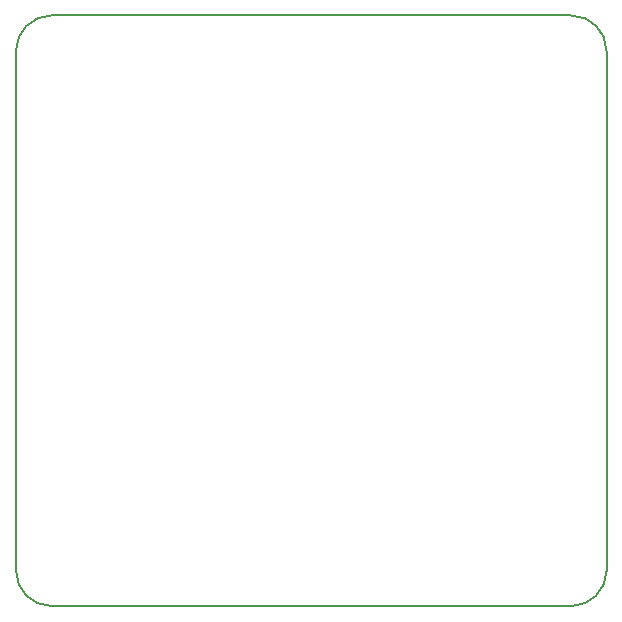
<source format=gbp>
%TF.GenerationSoftware,KiCad,Pcbnew,(6.0.9)*%
%TF.CreationDate,2022-12-06T19:37:18-05:00*%
%TF.ProjectId,cdh-devkit,6364682d-6465-4766-9b69-742e6b696361,rev?*%
%TF.SameCoordinates,Original*%
%TF.FileFunction,Paste,Bot*%
%TF.FilePolarity,Positive*%
%FSLAX46Y46*%
G04 Gerber Fmt 4.6, Leading zero omitted, Abs format (unit mm)*
G04 Created by KiCad (PCBNEW (6.0.9)) date 2022-12-06 19:37:18*
%MOMM*%
%LPD*%
G01*
G04 APERTURE LIST*
%TA.AperFunction,Profile*%
%ADD10C,0.200000*%
%TD*%
G04 APERTURE END LIST*
D10*
X67000000Y-70000000D02*
G75*
G03*
X70000000Y-67000000I0J3000000D01*
G01*
X20000000Y-67000000D02*
X20000000Y-23000000D01*
X70000000Y-23000000D02*
X70000000Y-67000000D01*
X23000000Y-20000000D02*
G75*
G03*
X20000000Y-23000000I0J-3000000D01*
G01*
X20000000Y-67000000D02*
G75*
G03*
X23000000Y-70000000I3000000J0D01*
G01*
X23000000Y-20000000D02*
X67000000Y-20000000D01*
X70000000Y-23000000D02*
G75*
G03*
X67000000Y-20000000I-3000000J0D01*
G01*
X67000000Y-70000000D02*
X23000000Y-70000000D01*
M02*

</source>
